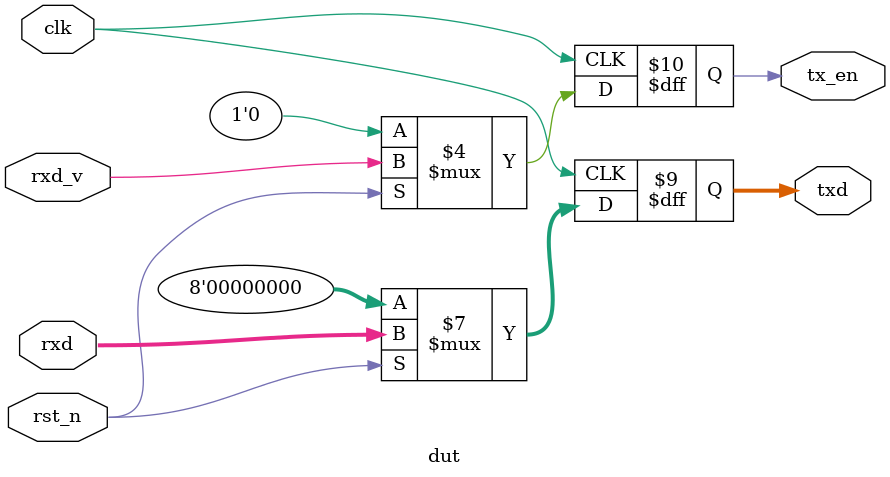
<source format=v>
module dut(
	clk		,
	rst_n	,
	rxd		,
	rxd_v	,
	txd		,
	tx_en	
);
	input	wire		clk		;
	input	wire		rst_n	;
	input	wire[7:0]	rxd		;
	input	wire		rxd_v	;
	output	reg[7:0]	txd		;
	output	reg			tx_en	;

	always@(posedge clk) begin
		if(! rst_n)begin
			txd 	<= 	8'b0	;
			tx_en	<= 	1'b0	;
		end
		else begin
			txd		<=	rxd		;
			tx_en 	<=	rxd_v	;
		end
	end

endmodule




	



</source>
